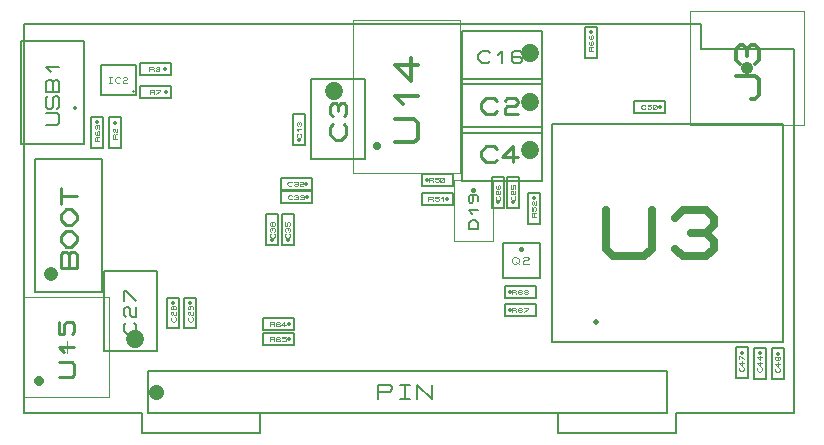
<source format=gbr>
G04 PROTEUS RS274X GERBER FILE*
%FSLAX45Y45*%
%MOMM*%
G01*
%ADD42C,0.203200*%
%ADD11C,1.524000*%
%ADD94C,0.168910*%
%ADD53C,0.100000*%
%ADD13C,1.016000*%
%ADD95C,0.324660*%
%ADD96C,0.684000*%
%ADD97C,0.326250*%
%ADD98C,0.540000*%
%ADD99C,0.653330*%
%ADD100C,0.050000*%
%ADD101C,0.845820*%
%ADD102C,0.213750*%
%ADD103C,0.460000*%
%ADD104C,0.130250*%
%ADD105C,0.225210*%
%ADD106C,1.257300*%
%ADD107C,0.210310*%
%ADD108C,0.360000*%
%ADD109C,0.174060*%
%ADD20C,0.254000*%
%ADD110C,0.075560*%
%ADD111C,0.355600*%
%ADD112C,0.060960*%
%ADD113C,0.406400*%
%ADD114C,0.103290*%
%ADD115C,1.198880*%
%ADD116C,0.224340*%
D42*
X+4526160Y-1264540D02*
X+5201800Y-1264540D01*
X+5201800Y-809880D01*
X+4526160Y-809880D01*
X+4526160Y-1264540D01*
D11*
X+5100200Y-1000380D02*
X+5100200Y-1000380D01*
D94*
X+4762634Y-1070992D02*
X+4745743Y-1087883D01*
X+4695070Y-1087883D01*
X+4661288Y-1054101D01*
X+4661288Y-1020319D01*
X+4695070Y-986537D01*
X+4745743Y-986537D01*
X+4762634Y-1003428D01*
X+4830198Y-1020319D02*
X+4863980Y-986537D01*
X+4863980Y-1087883D01*
X+5032890Y-1003428D02*
X+5015999Y-986537D01*
X+4965326Y-986537D01*
X+4948435Y-1003428D01*
X+4948435Y-1070992D01*
X+4965326Y-1087883D01*
X+5015999Y-1087883D01*
X+5032890Y-1070992D01*
X+5032890Y-1054101D01*
X+5015999Y-1037210D01*
X+4948435Y-1037210D01*
D53*
X+6461100Y-1608540D02*
X+7425100Y-1608540D01*
X+7425100Y-644540D01*
X+6461100Y-644540D01*
X+6461100Y-1608540D01*
D13*
X+6943100Y-1126540D02*
X+6943100Y-1126540D01*
D95*
X+6975567Y-1386272D02*
X+7008034Y-1386272D01*
X+7040500Y-1353806D01*
X+7040500Y-1223940D01*
X+7008034Y-1191473D01*
X+6845701Y-1191473D01*
X+6878167Y-1094074D02*
X+6845701Y-1061607D01*
X+6845701Y-964208D01*
X+6878167Y-931741D01*
X+6910634Y-931741D01*
X+6943100Y-964208D01*
X+6975567Y-931741D01*
X+7008034Y-931741D01*
X+7040500Y-964208D01*
X+7040500Y-1061607D01*
X+7008034Y-1094074D01*
X+6943100Y-1029141D02*
X+6943100Y-964208D01*
D42*
X+818980Y-4046380D02*
X+818980Y-756380D01*
D53*
X+3604580Y-2013220D02*
X+4514580Y-2013220D01*
X+4514580Y-718220D01*
X+3604580Y-718220D01*
X+3604580Y-2013220D01*
D96*
X+3805580Y-1788220D02*
X+3805580Y-1788220D01*
D97*
X+3961705Y-1757220D02*
X+4124830Y-1757220D01*
X+4157455Y-1724595D01*
X+4157455Y-1594095D01*
X+4124830Y-1561470D01*
X+3961705Y-1561470D01*
X+4026955Y-1430970D02*
X+3961705Y-1365720D01*
X+4157455Y-1365720D01*
X+4092205Y-1039470D02*
X+4092205Y-1235220D01*
X+3961705Y-1104720D01*
X+4157455Y-1104720D01*
D42*
X+7338980Y-4046380D02*
X+7336440Y-966720D01*
X+817880Y-754380D02*
X+6554000Y-756920D01*
X+5287160Y-3448900D02*
X+7247160Y-3448900D01*
X+7247160Y-1601200D01*
X+5287160Y-1601200D01*
X+5287160Y-3448900D01*
D98*
X+5662160Y-3281200D02*
X+5662160Y-3281200D01*
D99*
X+5744494Y-2329050D02*
X+5744494Y-2655717D01*
X+5809827Y-2721050D01*
X+6071160Y-2721050D01*
X+6136493Y-2655717D01*
X+6136493Y-2329050D01*
X+6332493Y-2394383D02*
X+6397826Y-2329050D01*
X+6593826Y-2329050D01*
X+6659159Y-2394383D01*
X+6659159Y-2459717D01*
X+6593826Y-2525050D01*
X+6659159Y-2590383D01*
X+6659159Y-2655717D01*
X+6593826Y-2721050D01*
X+6397826Y-2721050D01*
X+6332493Y-2655717D01*
X+6463159Y-2525050D02*
X+6593826Y-2525050D01*
D42*
X+1818640Y-4046220D02*
X+1818640Y-4216700D01*
X+1818640Y-4218940D02*
X+2016760Y-4218940D01*
X+1818640Y-4218940D02*
X+2817020Y-4218940D01*
X+2817460Y-4047860D02*
X+2817460Y-4218340D01*
D100*
X+1540000Y-3915000D02*
X+1540000Y-3065000D01*
X+820000Y-3065000D01*
X+820000Y-3915000D01*
X+1540000Y-3915000D01*
X+1130000Y-3490000D02*
X+1230000Y-3490000D01*
X+1180000Y-3440000D02*
X+1180000Y-3540000D01*
D101*
X+950000Y-3780000D02*
X+950000Y-3780000D01*
D102*
X+1115875Y-3746500D02*
X+1222750Y-3746500D01*
X+1244125Y-3725125D01*
X+1244125Y-3639625D01*
X+1222750Y-3618250D01*
X+1115875Y-3618250D01*
X+1158625Y-3532750D02*
X+1115875Y-3490000D01*
X+1244125Y-3490000D01*
X+1115875Y-3276250D02*
X+1115875Y-3383125D01*
X+1158625Y-3383125D01*
X+1158625Y-3297625D01*
X+1180000Y-3276250D01*
X+1222750Y-3276250D01*
X+1244125Y-3297625D01*
X+1244125Y-3361750D01*
X+1222750Y-3383125D01*
D100*
X+4457820Y-2591040D02*
X+4791820Y-2591040D01*
X+4791820Y-2075040D01*
X+4457820Y-2075040D01*
X+4457820Y-2591040D01*
D103*
X+4624820Y-2158040D02*
X+4624820Y-2158040D01*
D104*
X+4663895Y-2489340D02*
X+4585745Y-2489340D01*
X+4585745Y-2437240D01*
X+4611795Y-2411190D01*
X+4637845Y-2411190D01*
X+4663895Y-2437240D01*
X+4663895Y-2489340D01*
X+4611795Y-2359090D02*
X+4585745Y-2333040D01*
X+4663895Y-2333040D01*
X+4611795Y-2202790D02*
X+4624820Y-2215815D01*
X+4624820Y-2254890D01*
X+4611795Y-2267915D01*
X+4598770Y-2267915D01*
X+4585745Y-2254890D01*
X+4585745Y-2215815D01*
X+4598770Y-2202790D01*
X+4650870Y-2202790D01*
X+4663895Y-2215815D01*
X+4663895Y-2254890D01*
D42*
X+4527800Y-1675880D02*
X+5203440Y-1675880D01*
X+5203440Y-1221220D01*
X+4527800Y-1221220D01*
X+4527800Y-1675880D01*
D11*
X+5101840Y-1411720D02*
X+5101840Y-1411720D01*
D105*
X+4820577Y-1493593D02*
X+4798056Y-1516114D01*
X+4730492Y-1516114D01*
X+4685450Y-1471071D01*
X+4685450Y-1426029D01*
X+4730492Y-1380986D01*
X+4798056Y-1380986D01*
X+4820577Y-1403507D01*
X+4888141Y-1403507D02*
X+4910662Y-1380986D01*
X+4978226Y-1380986D01*
X+5000747Y-1403507D01*
X+5000747Y-1426029D01*
X+4978226Y-1448550D01*
X+4910662Y-1448550D01*
X+4888141Y-1471071D01*
X+4888141Y-1516114D01*
X+5000747Y-1516114D01*
D42*
X+1870150Y-4045260D02*
X+6259850Y-4045260D01*
X+6259850Y-3694740D01*
X+1870150Y-3694740D01*
X+1870150Y-4045260D01*
D106*
X+1940000Y-3870000D02*
X+1940000Y-3870000D01*
D107*
X+3812627Y-3933094D02*
X+3812627Y-3806907D01*
X+3917782Y-3806907D01*
X+3938813Y-3827938D01*
X+3938813Y-3848969D01*
X+3917782Y-3870000D01*
X+3812627Y-3870000D01*
X+4001907Y-3806907D02*
X+4086031Y-3806907D01*
X+4043969Y-3806907D02*
X+4043969Y-3933094D01*
X+4001907Y-3933094D02*
X+4086031Y-3933094D01*
X+4149125Y-3933094D02*
X+4149125Y-3806907D01*
X+4275311Y-3933094D01*
X+4275311Y-3806907D01*
D42*
X+2816860Y-4046220D02*
X+5341620Y-4046220D01*
X+1818640Y-4046220D02*
X+817880Y-4046220D01*
X+5341620Y-4218940D02*
X+5341620Y-4046220D01*
X+6339840Y-4046220D02*
X+7338060Y-4046220D01*
X+6339840Y-4218940D02*
X+6339840Y-4046220D01*
X+5341620Y-4218940D02*
X+6339840Y-4218940D01*
X+4528660Y-2084260D02*
X+5204300Y-2084260D01*
X+5204300Y-1629600D01*
X+4528660Y-1629600D01*
X+4528660Y-2084260D01*
D11*
X+5102700Y-1820100D02*
X+5102700Y-1820100D01*
D105*
X+4821437Y-1901973D02*
X+4798916Y-1924494D01*
X+4731352Y-1924494D01*
X+4686310Y-1879451D01*
X+4686310Y-1834409D01*
X+4731352Y-1789366D01*
X+4798916Y-1789366D01*
X+4821437Y-1811887D01*
X+5001607Y-1879451D02*
X+4866480Y-1879451D01*
X+4956565Y-1789366D01*
X+4956565Y-1924494D01*
D42*
X+1493520Y-3525520D02*
X+1948180Y-3525520D01*
X+1948180Y-2849880D01*
X+1493520Y-2849880D01*
X+1493520Y-3525520D01*
D11*
X+1757680Y-3423920D02*
X+1757680Y-3423920D01*
D94*
X+1754632Y-3289046D02*
X+1771523Y-3305937D01*
X+1771523Y-3356610D01*
X+1737741Y-3390392D01*
X+1703959Y-3390392D01*
X+1670177Y-3356610D01*
X+1670177Y-3305937D01*
X+1687068Y-3289046D01*
X+1687068Y-3238373D02*
X+1670177Y-3221482D01*
X+1670177Y-3170809D01*
X+1687068Y-3153918D01*
X+1703959Y-3153918D01*
X+1720850Y-3170809D01*
X+1720850Y-3221482D01*
X+1737741Y-3238373D01*
X+1771523Y-3238373D01*
X+1771523Y-3153918D01*
X+1670177Y-3103245D02*
X+1670177Y-3018790D01*
X+1687068Y-3018790D01*
X+1771523Y-3103245D01*
D42*
X+792720Y-1766660D02*
X+1330080Y-1766660D01*
X+1330080Y-896340D01*
X+792720Y-896340D01*
X+792720Y-1766660D01*
D108*
X+1249920Y-1466660D02*
X+1249920Y-1466660D01*
D109*
X+1009181Y-1610002D02*
X+1096213Y-1610002D01*
X+1113620Y-1592596D01*
X+1113620Y-1522971D01*
X+1096213Y-1505564D01*
X+1009181Y-1505564D01*
X+1096213Y-1470751D02*
X+1113620Y-1453345D01*
X+1113620Y-1383720D01*
X+1096213Y-1366313D01*
X+1078807Y-1366313D01*
X+1061400Y-1383720D01*
X+1061400Y-1453345D01*
X+1043994Y-1470751D01*
X+1026588Y-1470751D01*
X+1009181Y-1453345D01*
X+1009181Y-1383720D01*
X+1026588Y-1366313D01*
X+1113620Y-1331500D02*
X+1009181Y-1331500D01*
X+1009181Y-1244469D01*
X+1026588Y-1227062D01*
X+1043994Y-1227062D01*
X+1061400Y-1244469D01*
X+1078807Y-1227062D01*
X+1096213Y-1227062D01*
X+1113620Y-1244469D01*
X+1113620Y-1331500D01*
X+1061400Y-1331500D02*
X+1061400Y-1244469D01*
X+1043994Y-1157437D02*
X+1009181Y-1122624D01*
X+1113620Y-1122624D01*
D42*
X+1467770Y-1358800D02*
X+1770030Y-1358800D01*
X+1770030Y-1097380D01*
X+1467770Y-1097380D01*
X+1467770Y-1358800D01*
D20*
X+1738280Y-1322740D02*
X+1738280Y-1322740D01*
D110*
X+1535778Y-1205420D02*
X+1566004Y-1205420D01*
X+1550891Y-1205420D02*
X+1550891Y-1250759D01*
X+1535778Y-1250759D02*
X+1566004Y-1250759D01*
X+1634013Y-1243203D02*
X+1626456Y-1250759D01*
X+1603787Y-1250759D01*
X+1588674Y-1235646D01*
X+1588674Y-1220533D01*
X+1603787Y-1205420D01*
X+1626456Y-1205420D01*
X+1634013Y-1212977D01*
X+1656682Y-1212977D02*
X+1664239Y-1205420D01*
X+1686908Y-1205420D01*
X+1694465Y-1212977D01*
X+1694465Y-1220533D01*
X+1686908Y-1228090D01*
X+1664239Y-1228090D01*
X+1656682Y-1235646D01*
X+1656682Y-1250759D01*
X+1694465Y-1250759D01*
D42*
X+1804110Y-1382100D02*
X+2065730Y-1382100D01*
X+2065730Y-1280500D01*
X+1804110Y-1280500D01*
X+1804110Y-1382100D01*
D111*
X+2021280Y-1331300D02*
X+2021280Y-1331300D01*
D112*
X+1886152Y-1349588D02*
X+1886152Y-1313012D01*
X+1916632Y-1313012D01*
X+1922728Y-1319108D01*
X+1922728Y-1325204D01*
X+1916632Y-1331300D01*
X+1886152Y-1331300D01*
X+1916632Y-1331300D02*
X+1922728Y-1337396D01*
X+1922728Y-1349588D01*
X+1941016Y-1313012D02*
X+1971496Y-1313012D01*
X+1971496Y-1319108D01*
X+1941016Y-1349588D01*
D42*
X+1799190Y-1187020D02*
X+2060810Y-1187020D01*
X+2060810Y-1085420D01*
X+1799190Y-1085420D01*
X+1799190Y-1187020D01*
D111*
X+2016360Y-1136220D02*
X+2016360Y-1136220D01*
D112*
X+1881232Y-1154508D02*
X+1881232Y-1117932D01*
X+1911712Y-1117932D01*
X+1917808Y-1124028D01*
X+1917808Y-1130124D01*
X+1911712Y-1136220D01*
X+1881232Y-1136220D01*
X+1911712Y-1136220D02*
X+1917808Y-1142316D01*
X+1917808Y-1154508D01*
X+1942192Y-1136220D02*
X+1936096Y-1130124D01*
X+1936096Y-1124028D01*
X+1942192Y-1117932D01*
X+1960480Y-1117932D01*
X+1966576Y-1124028D01*
X+1966576Y-1130124D01*
X+1960480Y-1136220D01*
X+1942192Y-1136220D01*
X+1936096Y-1142316D01*
X+1936096Y-1148412D01*
X+1942192Y-1154508D01*
X+1960480Y-1154508D01*
X+1966576Y-1148412D01*
X+1966576Y-1142316D01*
X+1960480Y-1136220D01*
D42*
X+4187663Y-2124529D02*
X+4449283Y-2124529D01*
X+4449283Y-2022929D01*
X+4187663Y-2022929D01*
X+4187663Y-2124529D01*
D111*
X+4232113Y-2073729D02*
X+4232113Y-2073729D01*
D112*
X+4245321Y-2092017D02*
X+4245321Y-2055441D01*
X+4275801Y-2055441D01*
X+4281897Y-2061537D01*
X+4281897Y-2067633D01*
X+4275801Y-2073729D01*
X+4245321Y-2073729D01*
X+4275801Y-2073729D02*
X+4281897Y-2079825D01*
X+4281897Y-2092017D01*
X+4330665Y-2055441D02*
X+4300185Y-2055441D01*
X+4300185Y-2067633D01*
X+4324569Y-2067633D01*
X+4330665Y-2073729D01*
X+4330665Y-2085921D01*
X+4324569Y-2092017D01*
X+4306281Y-2092017D01*
X+4300185Y-2085921D01*
X+4342857Y-2085921D02*
X+4342857Y-2061537D01*
X+4348953Y-2055441D01*
X+4373337Y-2055441D01*
X+4379433Y-2061537D01*
X+4379433Y-2085921D01*
X+4373337Y-2092017D01*
X+4348953Y-2092017D01*
X+4342857Y-2085921D01*
X+4342857Y-2092017D02*
X+4379433Y-2055441D01*
D42*
X+4186250Y-2285380D02*
X+4447870Y-2285380D01*
X+4447870Y-2183780D01*
X+4186250Y-2183780D01*
X+4186250Y-2285380D01*
D111*
X+4403420Y-2234580D02*
X+4403420Y-2234580D01*
D112*
X+4243908Y-2252868D02*
X+4243908Y-2216292D01*
X+4274388Y-2216292D01*
X+4280484Y-2222388D01*
X+4280484Y-2228484D01*
X+4274388Y-2234580D01*
X+4243908Y-2234580D01*
X+4274388Y-2234580D02*
X+4280484Y-2240676D01*
X+4280484Y-2252868D01*
X+4329252Y-2216292D02*
X+4298772Y-2216292D01*
X+4298772Y-2228484D01*
X+4323156Y-2228484D01*
X+4329252Y-2234580D01*
X+4329252Y-2246772D01*
X+4323156Y-2252868D01*
X+4304868Y-2252868D01*
X+4298772Y-2246772D01*
X+4353636Y-2228484D02*
X+4365828Y-2216292D01*
X+4365828Y-2252868D01*
D42*
X+7148820Y-3761690D02*
X+7250420Y-3761690D01*
X+7250420Y-3500070D01*
X+7148820Y-3500070D01*
X+7148820Y-3761690D01*
D111*
X+7199620Y-3544520D02*
X+7199620Y-3544520D01*
D112*
X+7211812Y-3667456D02*
X+7217908Y-3673552D01*
X+7217908Y-3691840D01*
X+7205716Y-3704032D01*
X+7193524Y-3704032D01*
X+7181332Y-3691840D01*
X+7181332Y-3673552D01*
X+7187428Y-3667456D01*
X+7205716Y-3618688D02*
X+7205716Y-3655264D01*
X+7181332Y-3630880D01*
X+7217908Y-3630880D01*
X+7199620Y-3594304D02*
X+7193524Y-3600400D01*
X+7187428Y-3600400D01*
X+7181332Y-3594304D01*
X+7181332Y-3576016D01*
X+7187428Y-3569920D01*
X+7193524Y-3569920D01*
X+7199620Y-3576016D01*
X+7199620Y-3594304D01*
X+7205716Y-3600400D01*
X+7211812Y-3600400D01*
X+7217908Y-3594304D01*
X+7217908Y-3576016D01*
X+7211812Y-3569920D01*
X+7205716Y-3569920D01*
X+7199620Y-3576016D01*
D42*
X+6843960Y-3753190D02*
X+6945560Y-3753190D01*
X+6945560Y-3491570D01*
X+6843960Y-3491570D01*
X+6843960Y-3753190D01*
D111*
X+6894760Y-3536020D02*
X+6894760Y-3536020D01*
D112*
X+6906952Y-3658956D02*
X+6913048Y-3665052D01*
X+6913048Y-3683340D01*
X+6900856Y-3695532D01*
X+6888664Y-3695532D01*
X+6876472Y-3683340D01*
X+6876472Y-3665052D01*
X+6882568Y-3658956D01*
X+6900856Y-3610188D02*
X+6900856Y-3646764D01*
X+6876472Y-3622380D01*
X+6913048Y-3622380D01*
X+6876472Y-3591900D02*
X+6876472Y-3561420D01*
X+6882568Y-3561420D01*
X+6913048Y-3591900D01*
D42*
X+6996440Y-3756710D02*
X+7098040Y-3756710D01*
X+7098040Y-3495090D01*
X+6996440Y-3495090D01*
X+6996440Y-3756710D01*
D111*
X+7047240Y-3539540D02*
X+7047240Y-3539540D01*
D112*
X+7059432Y-3662476D02*
X+7065528Y-3668572D01*
X+7065528Y-3686860D01*
X+7053336Y-3699052D01*
X+7041144Y-3699052D01*
X+7028952Y-3686860D01*
X+7028952Y-3668572D01*
X+7035048Y-3662476D01*
X+7053336Y-3613708D02*
X+7053336Y-3650284D01*
X+7028952Y-3625900D01*
X+7065528Y-3625900D01*
X+7053336Y-3564940D02*
X+7053336Y-3601516D01*
X+7028952Y-3577132D01*
X+7065528Y-3577132D01*
D42*
X+5986730Y-1507500D02*
X+6248350Y-1507500D01*
X+6248350Y-1405900D01*
X+5986730Y-1405900D01*
X+5986730Y-1507500D01*
D111*
X+6203900Y-1456700D02*
X+6203900Y-1456700D01*
D112*
X+6080964Y-1468892D02*
X+6074868Y-1474988D01*
X+6056580Y-1474988D01*
X+6044388Y-1462796D01*
X+6044388Y-1450604D01*
X+6056580Y-1438412D01*
X+6074868Y-1438412D01*
X+6080964Y-1444508D01*
X+6129732Y-1438412D02*
X+6099252Y-1438412D01*
X+6099252Y-1450604D01*
X+6123636Y-1450604D01*
X+6129732Y-1456700D01*
X+6129732Y-1468892D01*
X+6123636Y-1474988D01*
X+6105348Y-1474988D01*
X+6099252Y-1468892D01*
X+6141924Y-1468892D02*
X+6141924Y-1444508D01*
X+6148020Y-1438412D01*
X+6172404Y-1438412D01*
X+6178500Y-1444508D01*
X+6178500Y-1468892D01*
X+6172404Y-1474988D01*
X+6148020Y-1474988D01*
X+6141924Y-1468892D01*
X+6141924Y-1474988D02*
X+6178500Y-1438412D01*
D42*
X+5568900Y-1041410D02*
X+5670500Y-1041410D01*
X+5670500Y-779790D01*
X+5568900Y-779790D01*
X+5568900Y-1041410D01*
D111*
X+5619700Y-824240D02*
X+5619700Y-824240D01*
D112*
X+5637988Y-983752D02*
X+5601412Y-983752D01*
X+5601412Y-953272D01*
X+5607508Y-947176D01*
X+5613604Y-947176D01*
X+5619700Y-953272D01*
X+5619700Y-983752D01*
X+5619700Y-953272D02*
X+5625796Y-947176D01*
X+5637988Y-947176D01*
X+5607508Y-898408D02*
X+5601412Y-904504D01*
X+5601412Y-922792D01*
X+5607508Y-928888D01*
X+5631892Y-928888D01*
X+5637988Y-922792D01*
X+5637988Y-904504D01*
X+5631892Y-898408D01*
X+5625796Y-898408D01*
X+5619700Y-904504D01*
X+5619700Y-928888D01*
X+5607508Y-849640D02*
X+5601412Y-855736D01*
X+5601412Y-874024D01*
X+5607508Y-880120D01*
X+5631892Y-880120D01*
X+5637988Y-874024D01*
X+5637988Y-855736D01*
X+5631892Y-849640D01*
X+5625796Y-849640D01*
X+5619700Y-855736D01*
X+5619700Y-880120D01*
D42*
X+4875640Y-2901940D02*
X+5185520Y-2901940D01*
X+5185520Y-2609840D01*
X+4875640Y-2609840D01*
X+4875640Y-2901940D01*
D113*
X+5030580Y-2660640D02*
X+5030580Y-2660640D01*
D114*
X+4947946Y-2745561D02*
X+4968604Y-2724902D01*
X+4989263Y-2724902D01*
X+5009921Y-2745561D01*
X+5009921Y-2766219D01*
X+4989263Y-2786878D01*
X+4968604Y-2786878D01*
X+4947946Y-2766219D01*
X+4947946Y-2745561D01*
X+4989263Y-2766219D02*
X+5009921Y-2786878D01*
X+5040909Y-2735231D02*
X+5051238Y-2724902D01*
X+5082226Y-2724902D01*
X+5092555Y-2735231D01*
X+5092555Y-2745561D01*
X+5082226Y-2755890D01*
X+5051238Y-2755890D01*
X+5040909Y-2766219D01*
X+5040909Y-2786878D01*
X+5092555Y-2786878D01*
D42*
X+4892150Y-3074660D02*
X+5153770Y-3074660D01*
X+5153770Y-2973060D01*
X+4892150Y-2973060D01*
X+4892150Y-3074660D01*
D111*
X+4936600Y-3023860D02*
X+4936600Y-3023860D01*
D112*
X+4949808Y-3042148D02*
X+4949808Y-3005572D01*
X+4980288Y-3005572D01*
X+4986384Y-3011668D01*
X+4986384Y-3017764D01*
X+4980288Y-3023860D01*
X+4949808Y-3023860D01*
X+4980288Y-3023860D02*
X+4986384Y-3029956D01*
X+4986384Y-3042148D01*
X+5035152Y-3011668D02*
X+5029056Y-3005572D01*
X+5010768Y-3005572D01*
X+5004672Y-3011668D01*
X+5004672Y-3036052D01*
X+5010768Y-3042148D01*
X+5029056Y-3042148D01*
X+5035152Y-3036052D01*
X+5035152Y-3029956D01*
X+5029056Y-3023860D01*
X+5004672Y-3023860D01*
X+5059536Y-3023860D02*
X+5053440Y-3017764D01*
X+5053440Y-3011668D01*
X+5059536Y-3005572D01*
X+5077824Y-3005572D01*
X+5083920Y-3011668D01*
X+5083920Y-3017764D01*
X+5077824Y-3023860D01*
X+5059536Y-3023860D01*
X+5053440Y-3029956D01*
X+5053440Y-3036052D01*
X+5059536Y-3042148D01*
X+5077824Y-3042148D01*
X+5083920Y-3036052D01*
X+5083920Y-3029956D01*
X+5077824Y-3023860D01*
D42*
X+4892150Y-3227060D02*
X+5153770Y-3227060D01*
X+5153770Y-3125460D01*
X+4892150Y-3125460D01*
X+4892150Y-3227060D01*
D111*
X+4936600Y-3176260D02*
X+4936600Y-3176260D01*
D112*
X+4949808Y-3194548D02*
X+4949808Y-3157972D01*
X+4980288Y-3157972D01*
X+4986384Y-3164068D01*
X+4986384Y-3170164D01*
X+4980288Y-3176260D01*
X+4949808Y-3176260D01*
X+4980288Y-3176260D02*
X+4986384Y-3182356D01*
X+4986384Y-3194548D01*
X+5035152Y-3164068D02*
X+5029056Y-3157972D01*
X+5010768Y-3157972D01*
X+5004672Y-3164068D01*
X+5004672Y-3188452D01*
X+5010768Y-3194548D01*
X+5029056Y-3194548D01*
X+5035152Y-3188452D01*
X+5035152Y-3182356D01*
X+5029056Y-3176260D01*
X+5004672Y-3176260D01*
X+5053440Y-3157972D02*
X+5083920Y-3157972D01*
X+5083920Y-3164068D01*
X+5053440Y-3194548D01*
D42*
X+4911100Y-2308910D02*
X+5012700Y-2308910D01*
X+5012700Y-2047290D01*
X+4911100Y-2047290D01*
X+4911100Y-2308910D01*
D111*
X+4961900Y-2264460D02*
X+4961900Y-2264460D01*
D112*
X+4974092Y-2214676D02*
X+4980188Y-2220772D01*
X+4980188Y-2239060D01*
X+4967996Y-2251252D01*
X+4955804Y-2251252D01*
X+4943612Y-2239060D01*
X+4943612Y-2220772D01*
X+4949708Y-2214676D01*
X+4949708Y-2196388D02*
X+4943612Y-2190292D01*
X+4943612Y-2172004D01*
X+4949708Y-2165908D01*
X+4955804Y-2165908D01*
X+4961900Y-2172004D01*
X+4961900Y-2190292D01*
X+4967996Y-2196388D01*
X+4980188Y-2196388D01*
X+4980188Y-2165908D01*
X+4943612Y-2117140D02*
X+4943612Y-2147620D01*
X+4955804Y-2147620D01*
X+4955804Y-2123236D01*
X+4961900Y-2117140D01*
X+4974092Y-2117140D01*
X+4980188Y-2123236D01*
X+4980188Y-2141524D01*
X+4974092Y-2147620D01*
D42*
X+4781560Y-2308910D02*
X+4883160Y-2308910D01*
X+4883160Y-2047290D01*
X+4781560Y-2047290D01*
X+4781560Y-2308910D01*
D111*
X+4832360Y-2264460D02*
X+4832360Y-2264460D01*
D112*
X+4844552Y-2214676D02*
X+4850648Y-2220772D01*
X+4850648Y-2239060D01*
X+4838456Y-2251252D01*
X+4826264Y-2251252D01*
X+4814072Y-2239060D01*
X+4814072Y-2220772D01*
X+4820168Y-2214676D01*
X+4820168Y-2196388D02*
X+4814072Y-2190292D01*
X+4814072Y-2172004D01*
X+4820168Y-2165908D01*
X+4826264Y-2165908D01*
X+4832360Y-2172004D01*
X+4832360Y-2190292D01*
X+4838456Y-2196388D01*
X+4850648Y-2196388D01*
X+4850648Y-2165908D01*
X+4820168Y-2117140D02*
X+4814072Y-2123236D01*
X+4814072Y-2141524D01*
X+4820168Y-2147620D01*
X+4844552Y-2147620D01*
X+4850648Y-2141524D01*
X+4850648Y-2123236D01*
X+4844552Y-2117140D01*
X+4838456Y-2117140D01*
X+4832360Y-2123236D01*
X+4832360Y-2147620D01*
D42*
X+5086300Y-2446030D02*
X+5187900Y-2446030D01*
X+5187900Y-2184410D01*
X+5086300Y-2184410D01*
X+5086300Y-2446030D01*
D111*
X+5137100Y-2228860D02*
X+5137100Y-2228860D01*
D112*
X+5155388Y-2388372D02*
X+5118812Y-2388372D01*
X+5118812Y-2357892D01*
X+5124908Y-2351796D01*
X+5131004Y-2351796D01*
X+5137100Y-2357892D01*
X+5137100Y-2388372D01*
X+5137100Y-2357892D02*
X+5143196Y-2351796D01*
X+5155388Y-2351796D01*
X+5118812Y-2303028D02*
X+5118812Y-2333508D01*
X+5131004Y-2333508D01*
X+5131004Y-2309124D01*
X+5137100Y-2303028D01*
X+5149292Y-2303028D01*
X+5155388Y-2309124D01*
X+5155388Y-2327412D01*
X+5149292Y-2333508D01*
X+5124908Y-2284740D02*
X+5118812Y-2278644D01*
X+5118812Y-2260356D01*
X+5124908Y-2254260D01*
X+5131004Y-2254260D01*
X+5137100Y-2260356D01*
X+5137100Y-2278644D01*
X+5143196Y-2284740D01*
X+5155388Y-2284740D01*
X+5155388Y-2254260D01*
D42*
X+3252460Y-1896060D02*
X+3707120Y-1896060D01*
X+3707120Y-1220420D01*
X+3252460Y-1220420D01*
X+3252460Y-1896060D01*
D11*
X+3442960Y-1322020D02*
X+3442960Y-1322020D01*
D105*
X+3524833Y-1603283D02*
X+3547354Y-1625804D01*
X+3547354Y-1693368D01*
X+3502311Y-1738410D01*
X+3457269Y-1738410D01*
X+3412226Y-1693368D01*
X+3412226Y-1625804D01*
X+3434747Y-1603283D01*
X+3434747Y-1535719D02*
X+3412226Y-1513198D01*
X+3412226Y-1445634D01*
X+3434747Y-1423113D01*
X+3457269Y-1423113D01*
X+3479790Y-1445634D01*
X+3502311Y-1423113D01*
X+3524833Y-1423113D01*
X+3547354Y-1445634D01*
X+3547354Y-1513198D01*
X+3524833Y-1535719D01*
X+3479790Y-1490677D02*
X+3479790Y-1445634D01*
D42*
X+2033220Y-3332490D02*
X+2134820Y-3332490D01*
X+2134820Y-3070870D01*
X+2033220Y-3070870D01*
X+2033220Y-3332490D01*
D111*
X+2084020Y-3115320D02*
X+2084020Y-3115320D01*
D112*
X+2096212Y-3238256D02*
X+2102308Y-3244352D01*
X+2102308Y-3262640D01*
X+2090116Y-3274832D01*
X+2077924Y-3274832D01*
X+2065732Y-3262640D01*
X+2065732Y-3244352D01*
X+2071828Y-3238256D01*
X+2071828Y-3219968D02*
X+2065732Y-3213872D01*
X+2065732Y-3195584D01*
X+2071828Y-3189488D01*
X+2077924Y-3189488D01*
X+2084020Y-3195584D01*
X+2084020Y-3213872D01*
X+2090116Y-3219968D01*
X+2102308Y-3219968D01*
X+2102308Y-3189488D01*
X+2084020Y-3165104D02*
X+2077924Y-3171200D01*
X+2071828Y-3171200D01*
X+2065732Y-3165104D01*
X+2065732Y-3146816D01*
X+2071828Y-3140720D01*
X+2077924Y-3140720D01*
X+2084020Y-3146816D01*
X+2084020Y-3165104D01*
X+2090116Y-3171200D01*
X+2096212Y-3171200D01*
X+2102308Y-3165104D01*
X+2102308Y-3146816D01*
X+2096212Y-3140720D01*
X+2090116Y-3140720D01*
X+2084020Y-3146816D01*
D42*
X+2178000Y-3332490D02*
X+2279600Y-3332490D01*
X+2279600Y-3070870D01*
X+2178000Y-3070870D01*
X+2178000Y-3332490D01*
D111*
X+2228800Y-3115320D02*
X+2228800Y-3115320D01*
D112*
X+2240992Y-3238256D02*
X+2247088Y-3244352D01*
X+2247088Y-3262640D01*
X+2234896Y-3274832D01*
X+2222704Y-3274832D01*
X+2210512Y-3262640D01*
X+2210512Y-3244352D01*
X+2216608Y-3238256D01*
X+2216608Y-3219968D02*
X+2210512Y-3213872D01*
X+2210512Y-3195584D01*
X+2216608Y-3189488D01*
X+2222704Y-3189488D01*
X+2228800Y-3195584D01*
X+2228800Y-3213872D01*
X+2234896Y-3219968D01*
X+2247088Y-3219968D01*
X+2247088Y-3189488D01*
X+2222704Y-3140720D02*
X+2228800Y-3146816D01*
X+2228800Y-3165104D01*
X+2222704Y-3171200D01*
X+2216608Y-3171200D01*
X+2210512Y-3165104D01*
X+2210512Y-3146816D01*
X+2216608Y-3140720D01*
X+2240992Y-3140720D01*
X+2247088Y-3146816D01*
X+2247088Y-3165104D01*
D42*
X+2844110Y-3346300D02*
X+3105730Y-3346300D01*
X+3105730Y-3244700D01*
X+2844110Y-3244700D01*
X+2844110Y-3346300D01*
D111*
X+3061280Y-3295500D02*
X+3061280Y-3295500D01*
D112*
X+2901768Y-3313788D02*
X+2901768Y-3277212D01*
X+2932248Y-3277212D01*
X+2938344Y-3283308D01*
X+2938344Y-3289404D01*
X+2932248Y-3295500D01*
X+2901768Y-3295500D01*
X+2932248Y-3295500D02*
X+2938344Y-3301596D01*
X+2938344Y-3313788D01*
X+2987112Y-3283308D02*
X+2981016Y-3277212D01*
X+2962728Y-3277212D01*
X+2956632Y-3283308D01*
X+2956632Y-3307692D01*
X+2962728Y-3313788D01*
X+2981016Y-3313788D01*
X+2987112Y-3307692D01*
X+2987112Y-3301596D01*
X+2981016Y-3295500D01*
X+2956632Y-3295500D01*
X+3035880Y-3301596D02*
X+2999304Y-3301596D01*
X+3023688Y-3277212D01*
X+3023688Y-3313788D01*
D42*
X+2843990Y-3473400D02*
X+3105610Y-3473400D01*
X+3105610Y-3371800D01*
X+2843990Y-3371800D01*
X+2843990Y-3473400D01*
D111*
X+3061160Y-3422600D02*
X+3061160Y-3422600D01*
D112*
X+2901648Y-3440888D02*
X+2901648Y-3404312D01*
X+2932128Y-3404312D01*
X+2938224Y-3410408D01*
X+2938224Y-3416504D01*
X+2932128Y-3422600D01*
X+2901648Y-3422600D01*
X+2932128Y-3422600D02*
X+2938224Y-3428696D01*
X+2938224Y-3440888D01*
X+2986992Y-3410408D02*
X+2980896Y-3404312D01*
X+2962608Y-3404312D01*
X+2956512Y-3410408D01*
X+2956512Y-3434792D01*
X+2962608Y-3440888D01*
X+2980896Y-3440888D01*
X+2986992Y-3434792D01*
X+2986992Y-3428696D01*
X+2980896Y-3422600D01*
X+2956512Y-3422600D01*
X+3035760Y-3404312D02*
X+3005280Y-3404312D01*
X+3005280Y-3416504D01*
X+3029664Y-3416504D01*
X+3035760Y-3422600D01*
X+3035760Y-3434792D01*
X+3029664Y-3440888D01*
X+3011376Y-3440888D01*
X+3005280Y-3434792D01*
D42*
X+3097480Y-1778010D02*
X+3199080Y-1778010D01*
X+3199080Y-1516390D01*
X+3097480Y-1516390D01*
X+3097480Y-1778010D01*
D111*
X+3148280Y-1733560D02*
X+3148280Y-1733560D01*
D112*
X+3160472Y-1683776D02*
X+3166568Y-1689872D01*
X+3166568Y-1708160D01*
X+3154376Y-1720352D01*
X+3142184Y-1720352D01*
X+3129992Y-1708160D01*
X+3129992Y-1689872D01*
X+3136088Y-1683776D01*
X+3142184Y-1659392D02*
X+3129992Y-1647200D01*
X+3166568Y-1647200D01*
X+3136088Y-1616720D02*
X+3129992Y-1610624D01*
X+3129992Y-1592336D01*
X+3136088Y-1586240D01*
X+3142184Y-1586240D01*
X+3148280Y-1592336D01*
X+3154376Y-1586240D01*
X+3160472Y-1586240D01*
X+3166568Y-1592336D01*
X+3166568Y-1610624D01*
X+3160472Y-1616720D01*
X+3148280Y-1604528D02*
X+3148280Y-1592336D01*
D42*
X+3000960Y-2623830D02*
X+3102560Y-2623830D01*
X+3102560Y-2362210D01*
X+3000960Y-2362210D01*
X+3000960Y-2623830D01*
D111*
X+3051760Y-2579380D02*
X+3051760Y-2579380D01*
D112*
X+3063952Y-2529596D02*
X+3070048Y-2535692D01*
X+3070048Y-2553980D01*
X+3057856Y-2566172D01*
X+3045664Y-2566172D01*
X+3033472Y-2553980D01*
X+3033472Y-2535692D01*
X+3039568Y-2529596D01*
X+3039568Y-2511308D02*
X+3033472Y-2505212D01*
X+3033472Y-2486924D01*
X+3039568Y-2480828D01*
X+3045664Y-2480828D01*
X+3051760Y-2486924D01*
X+3057856Y-2480828D01*
X+3063952Y-2480828D01*
X+3070048Y-2486924D01*
X+3070048Y-2505212D01*
X+3063952Y-2511308D01*
X+3051760Y-2499116D02*
X+3051760Y-2486924D01*
X+3033472Y-2432060D02*
X+3033472Y-2462540D01*
X+3045664Y-2462540D01*
X+3045664Y-2438156D01*
X+3051760Y-2432060D01*
X+3063952Y-2432060D01*
X+3070048Y-2438156D01*
X+3070048Y-2456444D01*
X+3063952Y-2462540D01*
D42*
X+2871420Y-2623830D02*
X+2973020Y-2623830D01*
X+2973020Y-2362210D01*
X+2871420Y-2362210D01*
X+2871420Y-2623830D01*
D111*
X+2922220Y-2579380D02*
X+2922220Y-2579380D01*
D112*
X+2934412Y-2529596D02*
X+2940508Y-2535692D01*
X+2940508Y-2553980D01*
X+2928316Y-2566172D01*
X+2916124Y-2566172D01*
X+2903932Y-2553980D01*
X+2903932Y-2535692D01*
X+2910028Y-2529596D01*
X+2910028Y-2511308D02*
X+2903932Y-2505212D01*
X+2903932Y-2486924D01*
X+2910028Y-2480828D01*
X+2916124Y-2480828D01*
X+2922220Y-2486924D01*
X+2928316Y-2480828D01*
X+2934412Y-2480828D01*
X+2940508Y-2486924D01*
X+2940508Y-2505212D01*
X+2934412Y-2511308D01*
X+2922220Y-2499116D02*
X+2922220Y-2486924D01*
X+2922220Y-2456444D02*
X+2916124Y-2462540D01*
X+2910028Y-2462540D01*
X+2903932Y-2456444D01*
X+2903932Y-2438156D01*
X+2910028Y-2432060D01*
X+2916124Y-2432060D01*
X+2922220Y-2438156D01*
X+2922220Y-2456444D01*
X+2928316Y-2462540D01*
X+2934412Y-2462540D01*
X+2940508Y-2456444D01*
X+2940508Y-2438156D01*
X+2934412Y-2432060D01*
X+2928316Y-2432060D01*
X+2922220Y-2438156D01*
D42*
X+2992170Y-2157720D02*
X+3253790Y-2157720D01*
X+3253790Y-2056120D01*
X+2992170Y-2056120D01*
X+2992170Y-2157720D01*
D111*
X+3209340Y-2106920D02*
X+3209340Y-2106920D01*
D112*
X+3086404Y-2119112D02*
X+3080308Y-2125208D01*
X+3062020Y-2125208D01*
X+3049828Y-2113016D01*
X+3049828Y-2100824D01*
X+3062020Y-2088632D01*
X+3080308Y-2088632D01*
X+3086404Y-2094728D01*
X+3104692Y-2094728D02*
X+3110788Y-2088632D01*
X+3129076Y-2088632D01*
X+3135172Y-2094728D01*
X+3135172Y-2100824D01*
X+3129076Y-2106920D01*
X+3135172Y-2113016D01*
X+3135172Y-2119112D01*
X+3129076Y-2125208D01*
X+3110788Y-2125208D01*
X+3104692Y-2119112D01*
X+3116884Y-2106920D02*
X+3129076Y-2106920D01*
X+3153460Y-2094728D02*
X+3159556Y-2088632D01*
X+3177844Y-2088632D01*
X+3183940Y-2094728D01*
X+3183940Y-2100824D01*
X+3177844Y-2106920D01*
X+3159556Y-2106920D01*
X+3153460Y-2113016D01*
X+3153460Y-2125208D01*
X+3183940Y-2125208D01*
D42*
X+2994610Y-2272040D02*
X+3256230Y-2272040D01*
X+3256230Y-2170440D01*
X+2994610Y-2170440D01*
X+2994610Y-2272040D01*
D111*
X+3211780Y-2221240D02*
X+3211780Y-2221240D01*
D112*
X+3088844Y-2233432D02*
X+3082748Y-2239528D01*
X+3064460Y-2239528D01*
X+3052268Y-2227336D01*
X+3052268Y-2215144D01*
X+3064460Y-2202952D01*
X+3082748Y-2202952D01*
X+3088844Y-2209048D01*
X+3107132Y-2209048D02*
X+3113228Y-2202952D01*
X+3131516Y-2202952D01*
X+3137612Y-2209048D01*
X+3137612Y-2215144D01*
X+3131516Y-2221240D01*
X+3137612Y-2227336D01*
X+3137612Y-2233432D01*
X+3131516Y-2239528D01*
X+3113228Y-2239528D01*
X+3107132Y-2233432D01*
X+3119324Y-2221240D02*
X+3131516Y-2221240D01*
X+3155900Y-2209048D02*
X+3161996Y-2202952D01*
X+3180284Y-2202952D01*
X+3186380Y-2209048D01*
X+3186380Y-2215144D01*
X+3180284Y-2221240D01*
X+3186380Y-2227336D01*
X+3186380Y-2233432D01*
X+3180284Y-2239528D01*
X+3161996Y-2239528D01*
X+3155900Y-2233432D01*
X+3168092Y-2221240D02*
X+3180284Y-2221240D01*
D42*
X+914891Y-3019860D02*
X+1481211Y-3019860D01*
X+1481211Y-1898140D01*
X+914891Y-1898140D01*
X+914891Y-3019860D01*
D115*
X+1052051Y-2870000D02*
X+1052051Y-2870000D01*
D116*
X+1265355Y-2817950D02*
X+1130748Y-2817950D01*
X+1130748Y-2705779D01*
X+1153183Y-2683344D01*
X+1175617Y-2683344D01*
X+1198051Y-2705779D01*
X+1220486Y-2683344D01*
X+1242920Y-2683344D01*
X+1265355Y-2705779D01*
X+1265355Y-2817950D01*
X+1198051Y-2817950D02*
X+1198051Y-2705779D01*
X+1175617Y-2638475D02*
X+1130748Y-2593607D01*
X+1130748Y-2548738D01*
X+1175617Y-2503869D01*
X+1220486Y-2503869D01*
X+1265355Y-2548738D01*
X+1265355Y-2593607D01*
X+1220486Y-2638475D01*
X+1175617Y-2638475D01*
X+1175617Y-2459000D02*
X+1130748Y-2414132D01*
X+1130748Y-2369263D01*
X+1175617Y-2324394D01*
X+1220486Y-2324394D01*
X+1265355Y-2369263D01*
X+1265355Y-2414132D01*
X+1220486Y-2459000D01*
X+1175617Y-2459000D01*
X+1130748Y-2279525D02*
X+1130748Y-2144919D01*
X+1130748Y-2212222D02*
X+1265355Y-2212222D01*
D42*
X+1389200Y-1804450D02*
X+1490800Y-1804450D01*
X+1490800Y-1542830D01*
X+1389200Y-1542830D01*
X+1389200Y-1804450D01*
D111*
X+1440000Y-1587280D02*
X+1440000Y-1587280D01*
D112*
X+1458288Y-1746792D02*
X+1421712Y-1746792D01*
X+1421712Y-1716312D01*
X+1427808Y-1710216D01*
X+1433904Y-1710216D01*
X+1440000Y-1716312D01*
X+1440000Y-1746792D01*
X+1440000Y-1716312D02*
X+1446096Y-1710216D01*
X+1458288Y-1710216D01*
X+1427808Y-1661448D02*
X+1421712Y-1667544D01*
X+1421712Y-1685832D01*
X+1427808Y-1691928D01*
X+1452192Y-1691928D01*
X+1458288Y-1685832D01*
X+1458288Y-1667544D01*
X+1452192Y-1661448D01*
X+1446096Y-1661448D01*
X+1440000Y-1667544D01*
X+1440000Y-1691928D01*
X+1427808Y-1643160D02*
X+1421712Y-1637064D01*
X+1421712Y-1618776D01*
X+1427808Y-1612680D01*
X+1433904Y-1612680D01*
X+1440000Y-1618776D01*
X+1446096Y-1612680D01*
X+1452192Y-1612680D01*
X+1458288Y-1618776D01*
X+1458288Y-1637064D01*
X+1452192Y-1643160D01*
X+1440000Y-1630968D02*
X+1440000Y-1618776D01*
D42*
X+1539200Y-1807170D02*
X+1640800Y-1807170D01*
X+1640800Y-1545550D01*
X+1539200Y-1545550D01*
X+1539200Y-1807170D01*
D111*
X+1590000Y-1590000D02*
X+1590000Y-1590000D01*
D112*
X+1608288Y-1725128D02*
X+1571712Y-1725128D01*
X+1571712Y-1694648D01*
X+1577808Y-1688552D01*
X+1583904Y-1688552D01*
X+1590000Y-1694648D01*
X+1590000Y-1725128D01*
X+1590000Y-1694648D02*
X+1596096Y-1688552D01*
X+1608288Y-1688552D01*
X+1577808Y-1670264D02*
X+1571712Y-1664168D01*
X+1571712Y-1645880D01*
X+1577808Y-1639784D01*
X+1583904Y-1639784D01*
X+1590000Y-1645880D01*
X+1590000Y-1664168D01*
X+1596096Y-1670264D01*
X+1608288Y-1670264D01*
X+1608288Y-1639784D01*
D42*
X+6554000Y-756920D02*
X+6554000Y-967260D01*
X+7338060Y-967260D01*
M02*

</source>
